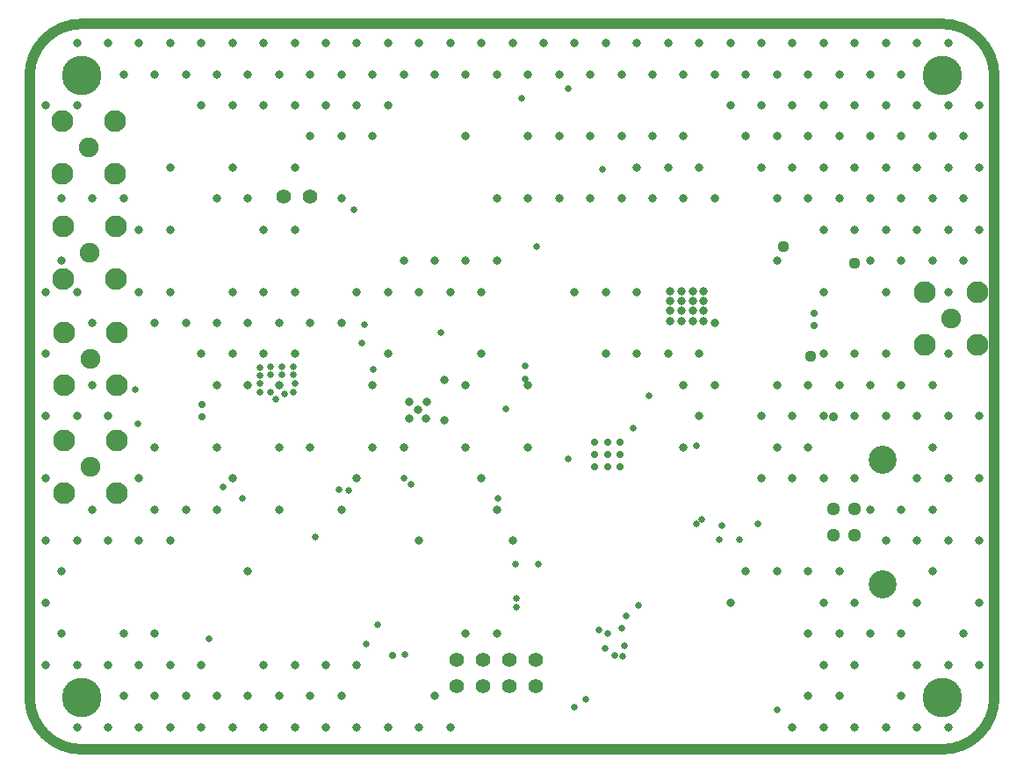
<source format=gbr>
G04 Layer_Physical_Order=3*
G04 Layer_Color=128*
%FSLAX45Y45*%
%MOMM*%
%TF.FileFunction,Copper,L3,Inr,Plane*%
%TF.Part,Single*%
G01*
G75*
%TA.AperFunction,ComponentPad*%
%ADD82C,3.80000*%
%TA.AperFunction,NonConductor*%
%ADD92C,1.01600*%
%TA.AperFunction,ComponentPad*%
%ADD93C,1.28900*%
%ADD94C,1.41600*%
%ADD95C,1.89860*%
%TA.AperFunction,ViaPad*%
%ADD96C,0.65000*%
%ADD97C,0.90000*%
%ADD98C,1.11120*%
%ADD99C,0.70000*%
%ADD100C,0.80000*%
%TA.AperFunction,ComponentPad*%
%ADD101C,2.69999*%
%ADD102C,2.10180*%
%TA.AperFunction,ViaPad*%
%ADD103C,0.73000*%
D82*
X8800001Y6500001D02*
D03*
X500000Y6500000D02*
D03*
X8800001Y500001D02*
D03*
X500000Y500000D02*
D03*
D92*
X2Y500001D02*
G03*
X500001Y1I500000J0D01*
G01*
X8800001D02*
G03*
X9300001Y500001I-0J500000D01*
G01*
Y6500001D02*
G03*
X8800001Y7000001I-500000J0D01*
G01*
X500001Y7000001D02*
G03*
X1Y6500001I0J-500000D01*
G01*
X500001Y1D02*
X8800001D01*
X9300001Y500001D02*
Y6500001D01*
X8800001Y7000001D02*
X8800001Y7000001D01*
X500001Y7000001D02*
X8800001D01*
X1Y500002D02*
Y6500001D01*
D93*
X7950000Y2319999D02*
D03*
X7750001D02*
D03*
X7749998Y2070000D02*
D03*
X7950000D02*
D03*
D94*
X4119000Y867000D02*
D03*
Y613000D02*
D03*
X4373000Y867000D02*
D03*
Y613000D02*
D03*
X4627000Y867000D02*
D03*
Y613000D02*
D03*
X4881000Y867000D02*
D03*
Y613000D02*
D03*
X2700000Y5330000D02*
D03*
X2446000D02*
D03*
D95*
X568602Y5804203D02*
D03*
X583600Y2724201D02*
D03*
X573602Y4789203D02*
D03*
X583601Y3769202D02*
D03*
X8885000Y4160000D02*
D03*
D96*
X7019987Y2179996D02*
D03*
X2555001Y3530001D02*
D03*
X4780001Y3700001D02*
D03*
X4780003Y3575001D02*
D03*
X4885001Y4850001D02*
D03*
X3615001Y915001D02*
D03*
X3315001Y3665001D02*
D03*
X3965001Y4025001D02*
D03*
X3230001Y4100001D02*
D03*
X3205001Y3920001D02*
D03*
X7210001Y380001D02*
D03*
X5525001Y5600001D02*
D03*
X4900001Y1790001D02*
D03*
X5195001Y6375001D02*
D03*
X5735001Y1000001D02*
D03*
X4593605Y3289204D02*
D03*
X4515001Y2425001D02*
D03*
X3075001Y2500001D02*
D03*
X2980001Y2505001D02*
D03*
X1015001Y3470001D02*
D03*
X2050001Y2425001D02*
D03*
X1045001Y3140001D02*
D03*
X1865001Y2530001D02*
D03*
X3245001Y1015001D02*
D03*
X3355001Y1205001D02*
D03*
X3675001Y2560001D02*
D03*
X3610001Y2620001D02*
D03*
X6649987Y2019996D02*
D03*
X6845001Y2020001D02*
D03*
X6430000Y2180000D02*
D03*
X6480001Y2215001D02*
D03*
X6670001Y2155001D02*
D03*
X4695001Y1460001D02*
D03*
Y1370001D02*
D03*
X5973603Y3409204D02*
D03*
X5705001Y1165001D02*
D03*
X5750001Y1285001D02*
D03*
X5575001Y1115001D02*
D03*
X5490001Y1150001D02*
D03*
X5870001Y1385001D02*
D03*
X4680001Y1790001D02*
D03*
X5640002Y904851D02*
D03*
X5359989Y479999D02*
D03*
X5715001Y900001D02*
D03*
X5255001Y410001D02*
D03*
X2755001Y2050001D02*
D03*
X1725001Y1065001D02*
D03*
X4745001Y6280001D02*
D03*
X3125001Y5210001D02*
D03*
X6430001Y2930001D02*
D03*
X5188604Y2799204D02*
D03*
X5822501Y3095001D02*
D03*
X5550001Y975001D02*
D03*
X2220001Y3685001D02*
D03*
X2325001Y3690001D02*
D03*
X2435001D02*
D03*
X2545001D02*
D03*
Y3615001D02*
D03*
X2435001D02*
D03*
X2325001D02*
D03*
X2220001Y3610001D02*
D03*
Y3530001D02*
D03*
X2545001Y3450001D02*
D03*
X2460001Y3425001D02*
D03*
X2325001Y3450001D02*
D03*
X2220001Y3445001D02*
D03*
X2375001Y3375001D02*
D03*
D97*
X7750001Y3205002D02*
D03*
D98*
X7530001Y3795001D02*
D03*
X7955001Y4690001D02*
D03*
X7265001Y4850001D02*
D03*
D99*
X3495001Y910001D02*
D03*
D100*
X9154988Y6214999D02*
D03*
Y5614999D02*
D03*
Y5014999D02*
D03*
Y3215000D02*
D03*
Y2615000D02*
D03*
Y2015000D02*
D03*
Y1415000D02*
D03*
Y815001D02*
D03*
X8854988Y6814999D02*
D03*
Y6214999D02*
D03*
X9004988Y5914999D02*
D03*
X8854988Y5614999D02*
D03*
X9004988Y5314999D02*
D03*
X8854988Y5014999D02*
D03*
X9004988Y4714999D02*
D03*
X8854988Y4415000D02*
D03*
Y3815000D02*
D03*
Y3215000D02*
D03*
Y2615000D02*
D03*
Y2015000D02*
D03*
X9004988Y1115001D02*
D03*
X8854988Y815001D02*
D03*
Y215001D02*
D03*
X8554988Y6814999D02*
D03*
Y6214999D02*
D03*
X8704988Y5914999D02*
D03*
X8554988Y5614999D02*
D03*
X8704988Y5314999D02*
D03*
X8554988Y5014999D02*
D03*
X8704988Y4714999D02*
D03*
Y3515000D02*
D03*
X8554988Y3215000D02*
D03*
X8704988Y2915000D02*
D03*
X8554988Y2615000D02*
D03*
X8704988Y2315000D02*
D03*
X8554988Y2015000D02*
D03*
X8704988Y1715000D02*
D03*
X8554988Y1415000D02*
D03*
Y815001D02*
D03*
Y215001D02*
D03*
X8254988Y6814999D02*
D03*
X8404988Y6514999D02*
D03*
X8254988Y6214999D02*
D03*
X8404988Y5914999D02*
D03*
X8254988Y5614999D02*
D03*
X8404988Y5314999D02*
D03*
X8254988Y5014999D02*
D03*
X8404988Y4714999D02*
D03*
X8254988Y4415000D02*
D03*
Y3815000D02*
D03*
X8404988Y3515000D02*
D03*
X8254988Y3215000D02*
D03*
X8404988Y2315000D02*
D03*
X8254988Y2015000D02*
D03*
X8404988Y1115001D02*
D03*
Y515001D02*
D03*
X8254988Y215001D02*
D03*
X7954988Y6814999D02*
D03*
X8104988Y6514999D02*
D03*
X7954988Y6214999D02*
D03*
X8104988Y5914999D02*
D03*
X7954988Y5614999D02*
D03*
X8104988Y5314999D02*
D03*
X7954988Y5014999D02*
D03*
X8104988Y4714999D02*
D03*
X7954988Y3815000D02*
D03*
X8104988Y3515000D02*
D03*
X7954988Y3215000D02*
D03*
Y2615000D02*
D03*
X8104988Y2315000D02*
D03*
X7954988Y1415000D02*
D03*
X8104988Y1115001D02*
D03*
X7954988Y815001D02*
D03*
Y215001D02*
D03*
X7654988Y6814999D02*
D03*
X7804988Y6514999D02*
D03*
X7654988Y6214999D02*
D03*
X7804988Y5914999D02*
D03*
X7654988Y5614999D02*
D03*
X7804988Y5314999D02*
D03*
X7654988Y5014999D02*
D03*
Y4415000D02*
D03*
Y3815000D02*
D03*
X7804988Y3515000D02*
D03*
X7654988Y3215000D02*
D03*
Y2615000D02*
D03*
X7804988Y1715000D02*
D03*
X7654988Y1415000D02*
D03*
X7804988Y1115001D02*
D03*
X7654988Y815001D02*
D03*
X7804988Y515001D02*
D03*
X7654988Y215001D02*
D03*
X7354988Y6814999D02*
D03*
X7504988Y6514999D02*
D03*
X7354988Y6214999D02*
D03*
X7504988Y5914999D02*
D03*
X7354988Y5614999D02*
D03*
X7504988Y5314999D02*
D03*
Y3515000D02*
D03*
X7354988Y3215000D02*
D03*
X7504988Y2915000D02*
D03*
X7354988Y2615000D02*
D03*
X7504988Y1715000D02*
D03*
Y1115001D02*
D03*
Y515001D02*
D03*
X7354988Y215001D02*
D03*
X7054988Y6814999D02*
D03*
X7204988Y6514999D02*
D03*
X7054988Y6214999D02*
D03*
X7204988Y5914999D02*
D03*
X7054988Y5614999D02*
D03*
X7204988Y5314999D02*
D03*
Y4714999D02*
D03*
Y3515000D02*
D03*
X7054988Y3215000D02*
D03*
X7204988Y2915000D02*
D03*
X7054988Y2615000D02*
D03*
X7204988Y1715000D02*
D03*
X6754988Y6814999D02*
D03*
X6904988Y6514999D02*
D03*
X6754988Y6214999D02*
D03*
X6904988Y5914999D02*
D03*
Y1715000D02*
D03*
X6754988Y1415000D02*
D03*
X6454988Y6814999D02*
D03*
X6604988Y6514999D02*
D03*
X6454988Y5614999D02*
D03*
X6604988Y5314999D02*
D03*
Y4115000D02*
D03*
X6454988Y3815000D02*
D03*
X6604988Y3515000D02*
D03*
X6454988Y3215000D02*
D03*
X6154988Y6814999D02*
D03*
X6304988Y6514999D02*
D03*
Y5914999D02*
D03*
X6154988Y5614999D02*
D03*
X6304988Y5314999D02*
D03*
X6154988Y3815000D02*
D03*
X6304988Y3515000D02*
D03*
Y2915000D02*
D03*
X5854989Y6814999D02*
D03*
X6004988Y6514999D02*
D03*
Y5914999D02*
D03*
X5854989Y5614999D02*
D03*
X6004988Y5314999D02*
D03*
X5854989Y4415000D02*
D03*
Y3815000D02*
D03*
X5554989Y6814999D02*
D03*
X5704989Y6514999D02*
D03*
Y5914999D02*
D03*
Y5314999D02*
D03*
X5554989Y4415000D02*
D03*
Y3815000D02*
D03*
X5254989Y6814999D02*
D03*
X5404989Y6514999D02*
D03*
Y5914999D02*
D03*
Y5314999D02*
D03*
X5254989Y4415000D02*
D03*
X4954989Y6814999D02*
D03*
X5104989Y6514999D02*
D03*
Y5914999D02*
D03*
Y5314999D02*
D03*
X4654989Y6814999D02*
D03*
X4804989Y6514999D02*
D03*
Y5914999D02*
D03*
Y5314999D02*
D03*
Y3515000D02*
D03*
Y2915000D02*
D03*
X4654989Y2015000D02*
D03*
X4354989Y6814999D02*
D03*
X4504989Y6514999D02*
D03*
Y5314999D02*
D03*
Y4714999D02*
D03*
X4354989Y4415000D02*
D03*
Y3815000D02*
D03*
Y2615000D02*
D03*
X4504989Y2315000D02*
D03*
Y1115001D02*
D03*
X4054989Y6814999D02*
D03*
X4204989Y6514999D02*
D03*
Y5914999D02*
D03*
Y4714999D02*
D03*
X4054989Y4415000D02*
D03*
X4204989Y3515000D02*
D03*
Y2915000D02*
D03*
Y1115001D02*
D03*
X4054989Y215001D02*
D03*
X3754989Y6814999D02*
D03*
X3904989Y6514999D02*
D03*
Y4714999D02*
D03*
X3754989Y4415000D02*
D03*
Y2015000D02*
D03*
X3904989Y515001D02*
D03*
X3754989Y215001D02*
D03*
X3454989Y6814999D02*
D03*
X3604989Y6514999D02*
D03*
X3454989Y6214999D02*
D03*
X3604989Y4714999D02*
D03*
X3454989Y4415000D02*
D03*
Y3815000D02*
D03*
X3604989Y2915000D02*
D03*
X3454989Y215001D02*
D03*
X3154989Y6814999D02*
D03*
X3304989Y6514999D02*
D03*
X3154989Y6214999D02*
D03*
X3304989Y5914999D02*
D03*
X3154989Y4415000D02*
D03*
X3304989Y3515000D02*
D03*
Y2915000D02*
D03*
X3154989Y2615000D02*
D03*
Y815001D02*
D03*
Y215001D02*
D03*
X2854989Y6814999D02*
D03*
X3004989Y6514999D02*
D03*
X2854989Y6214999D02*
D03*
X3004989Y5914999D02*
D03*
Y5314999D02*
D03*
Y4115000D02*
D03*
Y2315000D02*
D03*
X2854989Y815001D02*
D03*
X3004989Y515001D02*
D03*
X2854989Y215001D02*
D03*
X2554990Y6814999D02*
D03*
X2704990Y6514999D02*
D03*
X2554990Y6214999D02*
D03*
X2704990Y5914999D02*
D03*
X2554990Y5614999D02*
D03*
Y5014999D02*
D03*
Y4415000D02*
D03*
X2704990Y4115000D02*
D03*
X2554990Y3815000D02*
D03*
X2704990Y2915000D02*
D03*
X2554990Y815001D02*
D03*
X2704990Y515001D02*
D03*
X2554990Y215001D02*
D03*
X2254990Y6814999D02*
D03*
X2404990Y6514999D02*
D03*
X2254990Y6214999D02*
D03*
Y5014999D02*
D03*
Y4415000D02*
D03*
X2404990Y4115000D02*
D03*
X2254990Y3815000D02*
D03*
X2404990Y3515000D02*
D03*
Y2915000D02*
D03*
Y2315000D02*
D03*
X2254990Y815001D02*
D03*
X2404990Y515001D02*
D03*
X2254990Y215001D02*
D03*
X1954990Y6814999D02*
D03*
X2104990Y6514999D02*
D03*
X1954990Y6214999D02*
D03*
Y5614999D02*
D03*
X2104990Y5314999D02*
D03*
X1954990Y4415000D02*
D03*
X2104990Y4115000D02*
D03*
X1954990Y3815000D02*
D03*
X2104990Y3515000D02*
D03*
X1954990Y2615000D02*
D03*
X2104990Y1715000D02*
D03*
Y515001D02*
D03*
X1954990Y215001D02*
D03*
X1654990Y6814999D02*
D03*
X1804990Y6514999D02*
D03*
X1654990Y6214999D02*
D03*
X1804990Y5314999D02*
D03*
Y4115000D02*
D03*
X1654990Y3815000D02*
D03*
X1804990Y3515000D02*
D03*
Y2915000D02*
D03*
Y2315000D02*
D03*
X1654990Y815001D02*
D03*
X1804990Y515001D02*
D03*
X1654990Y215001D02*
D03*
X1354990Y6814999D02*
D03*
X1504990Y6514999D02*
D03*
X1354990Y5614999D02*
D03*
Y5014999D02*
D03*
Y4415000D02*
D03*
X1504990Y4115000D02*
D03*
Y2315000D02*
D03*
X1354990Y2015000D02*
D03*
Y815001D02*
D03*
X1504990Y515001D02*
D03*
X1354990Y215001D02*
D03*
X1054990Y6814999D02*
D03*
X1204990Y6514999D02*
D03*
X1054990Y5014999D02*
D03*
Y4415000D02*
D03*
X1204990Y4115000D02*
D03*
Y2915000D02*
D03*
X1054990Y2615000D02*
D03*
X1204990Y2315000D02*
D03*
X1054990Y2015000D02*
D03*
X1204990Y1115001D02*
D03*
X1054990Y815001D02*
D03*
X1204990Y515001D02*
D03*
X1054990Y215001D02*
D03*
X754990Y6814999D02*
D03*
X904990Y6514999D02*
D03*
Y5314999D02*
D03*
X754990Y3215000D02*
D03*
Y2015000D02*
D03*
X904990Y1115001D02*
D03*
X754990Y815001D02*
D03*
X904990Y515001D02*
D03*
X754990Y215001D02*
D03*
X454990Y6814999D02*
D03*
Y6214999D02*
D03*
X604990Y5314999D02*
D03*
X454990Y4415000D02*
D03*
X604990Y4115000D02*
D03*
Y3515000D02*
D03*
X454990Y3215000D02*
D03*
X604990Y2315000D02*
D03*
X454990Y2015000D02*
D03*
Y815001D02*
D03*
Y215001D02*
D03*
X154990Y6214999D02*
D03*
X304990Y5314999D02*
D03*
Y4714999D02*
D03*
X154990Y4415000D02*
D03*
Y3815000D02*
D03*
Y3215000D02*
D03*
Y2615000D02*
D03*
Y2015000D02*
D03*
X304990Y1715000D02*
D03*
X154990Y1415000D02*
D03*
X304990Y1115001D02*
D03*
X154990Y815001D02*
D03*
X3817612Y3192443D02*
D03*
X3657612Y3189942D02*
D03*
X3745001Y3280001D02*
D03*
X3825001Y3355001D02*
D03*
X3660001Y3350001D02*
D03*
X6500001Y4135001D02*
D03*
Y4230001D02*
D03*
Y4420001D02*
D03*
Y4325002D02*
D03*
X6395001Y4135001D02*
D03*
Y4230001D02*
D03*
Y4420001D02*
D03*
Y4325002D02*
D03*
X6280001Y4135001D02*
D03*
Y4230001D02*
D03*
Y4420001D02*
D03*
Y4325002D02*
D03*
X6175001D02*
D03*
Y4420001D02*
D03*
Y4230001D02*
D03*
Y4135001D02*
D03*
X4000001Y3565001D02*
D03*
X3995001Y3172500D02*
D03*
D101*
X8221000Y1593001D02*
D03*
Y2797001D02*
D03*
D102*
X314602Y6058203D02*
D03*
Y5550203D02*
D03*
X822602D02*
D03*
Y6058203D02*
D03*
X329600Y2978201D02*
D03*
Y2470201D02*
D03*
X837600D02*
D03*
Y2978201D02*
D03*
X319602Y5043203D02*
D03*
Y4535203D02*
D03*
X827602D02*
D03*
Y5043203D02*
D03*
X329601Y4023202D02*
D03*
Y3515202D02*
D03*
X837601D02*
D03*
Y4023202D02*
D03*
X8631000Y4414000D02*
D03*
Y3906000D02*
D03*
X9139000D02*
D03*
Y4414000D02*
D03*
D103*
X7560000Y4090000D02*
D03*
Y4210000D02*
D03*
X5450002Y2965001D02*
D03*
X5570001D02*
D03*
X5690001D02*
D03*
X5450002Y2845001D02*
D03*
X5570001D02*
D03*
X5690001D02*
D03*
X5450002Y2725001D02*
D03*
X5570001D02*
D03*
X5690001D02*
D03*
X1658601Y3209201D02*
D03*
Y3329201D02*
D03*
%TF.MD5,69b9494d351f5a8b2390daf7fbef139d*%
M02*

</source>
